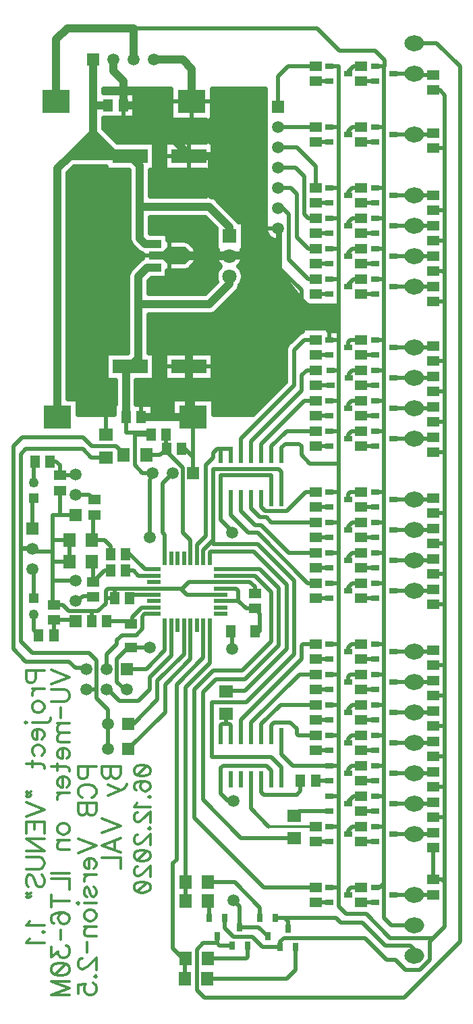
<source format=gbr>
G04 DipTrace 3.3.1.3*
G04 Bottom.gbr*
%MOIN*%
G04 #@! TF.FileFunction,Copper,L2,Bot*
G04 #@! TF.Part,Single*
%AMOUTLINE0*
4,1,10,
-0.100394,0.019685,
-0.033465,0.019685,
-0.009843,0.043307,
0.076772,0.043307,
0.100394,0.019685,
0.100394,-0.019685,
0.076772,-0.043307,
-0.009843,-0.043307,
-0.033465,-0.019685,
-0.100394,-0.019685,
-0.100394,0.019685,
0*%
%AMOUTLINE3*
4,1,20,
0.0,0.03937,
0.015208,0.037443,
0.028926,0.031851,
0.039814,0.023141,
0.046804,0.012166,
0.049213,0.0,
0.046804,-0.012166,
0.039814,-0.023141,
0.028926,-0.031851,
0.015208,-0.037443,
0.0,-0.03937,
-0.015208,-0.037443,
-0.028926,-0.031851,
-0.039814,-0.023141,
-0.046804,-0.012166,
-0.049213,0.0,
-0.046804,0.012166,
-0.039814,0.023141,
-0.028926,0.031851,
-0.015208,0.037443,
0.0,0.03937,
0*%
G04 #@! TA.AperFunction,CopperBalancing*
%ADD13C,0.019685*%
G04 #@! TA.AperFunction,Conductor*
%ADD14C,0.03937*%
%ADD15C,0.012992*%
G04 #@! TA.AperFunction,CopperBalancing*
%ADD16C,0.025*%
%ADD17R,0.059055X0.051181*%
%ADD18R,0.051181X0.059055*%
%ADD20R,0.173228X0.070866*%
%ADD21R,0.062992X0.070866*%
G04 #@! TA.AperFunction,ComponentPad*
%ADD22R,0.059055X0.059055*%
%ADD23C,0.059055*%
%ADD24R,0.047244X0.062992*%
%ADD25R,0.062992X0.047244*%
%ADD27R,0.025591X0.041339*%
%ADD29R,0.041339X0.025591*%
%ADD30R,0.070866X0.062992*%
%ADD32R,0.066929X0.019685*%
%ADD33R,0.019685X0.066929*%
%ADD34R,0.023622X0.07874*%
G04 #@! TA.AperFunction,ComponentPad*
%ADD35R,0.137795X0.11811*%
%ADD37R,0.059055X0.03937*%
G04 #@! TA.AperFunction,ComponentPad*
%ADD38R,0.070866X0.070866*%
%ADD39C,0.070866*%
%ADD40R,0.049213X0.049213*%
%ADD41C,0.049213*%
G04 #@! TA.AperFunction,ViaPad*
%ADD42C,0.059055*%
%ADD92C,0.013895*%
%ADD93C,0.012351*%
%ADD94OUTLINE0*%
G04 #@! TA.AperFunction,ComponentPad*
%ADD97OUTLINE3*%
%FSLAX26Y26*%
G04*
G70*
G90*
G75*
G01*
G04 Bottom*
%LPD*%
X1800050Y778001D2*
D13*
Y812352D1*
X1781201Y831201D1*
X1737256D1*
X2424951Y644735D2*
Y674950D1*
X2406201Y693701D1*
X2281201D1*
X2168701Y806201D1*
X2062451D1*
X2037451Y831201D1*
X1781201D1*
X999953Y3299950D2*
D14*
Y3528794D1*
X1021110Y3549951D1*
X1512453Y3993699D2*
Y3956202D1*
X1412451Y3856201D1*
X1062451D1*
Y3993702D1*
X1106201Y4037451D1*
X1143702D1*
X1718701Y1513386D2*
D13*
Y1557236D1*
X1693702Y1582235D1*
X1481202D1*
X1468701Y1569734D1*
Y1513386D1*
X1718701Y2899852D2*
Y3012450D1*
X1468701D1*
Y2899852D1*
X1562551Y784253D2*
X1656251D1*
X1699854Y740650D1*
X999953Y3299950D2*
Y3224951D1*
X1124951D1*
Y3212450D1*
X1043701D1*
Y3062451D1*
X1081202Y3024950D1*
X1131202D1*
X1006202Y1956201D2*
X993701D1*
X956201Y1993701D1*
Y2106199D1*
X1013092Y2163091D1*
X1024951D1*
X1062451Y3856201D2*
D14*
Y3591293D1*
X1021110Y3549951D1*
X1118701Y2162450D2*
D13*
X1025592D1*
X1024951Y2163091D1*
X1524951Y2156201D2*
Y2238091D1*
X1519341Y2243701D1*
X1531201Y1406201D2*
X1506201D1*
X1468701Y1443701D1*
Y1513386D1*
X1562551Y784253D2*
Y887352D1*
X1531202Y918701D1*
X1524951Y2731201D2*
Y2737450D1*
X1468701Y2793701D1*
Y2899852D1*
X1118701Y2706201D2*
Y2987450D1*
G02X1131202Y3024950I62479J6D01*
G01*
D3*
X937450Y5062450D2*
D14*
Y5006202D1*
X987255Y4956398D1*
Y4837451D1*
X1068701D1*
X1312449Y4593703D1*
Y4587450D1*
X1331202Y3299951D2*
X1074756D1*
Y3299950D1*
X1312449Y3549951D2*
Y3318705D1*
X1331202Y3299951D1*
X1512453Y4093699D2*
X1217375D1*
X1214568Y4096507D1*
X1312449Y4587450D2*
X1424951D1*
Y4437451D1*
X1599951Y4262451D1*
Y4231201D1*
Y4096507D1*
X1214568D1*
X1312449Y3549951D2*
Y3699950D1*
X1374951D1*
X1599951Y3924950D1*
Y4096507D1*
X1137450Y5062450D2*
X1281202D1*
X1324942Y5018710D1*
Y4856211D1*
X2518702Y1019735D2*
D13*
Y1175984D1*
X2518701Y1175986D1*
X2518702Y1019735D2*
X2562450D1*
X2574951Y1007234D1*
Y788484D1*
X2517668Y731201D1*
X2306202D1*
X2187451Y849951D1*
X2087451D1*
X2049951Y887451D1*
Y982235D1*
X2006398D1*
X2006201Y982038D1*
Y1282038D2*
X2049951D1*
Y982235D1*
X2006201Y1432037D2*
X2049951D1*
Y1582038D1*
Y1732038D1*
Y1882038D1*
Y2032038D1*
Y2182038D1*
Y2476769D1*
Y2632038D1*
Y2787904D1*
Y2932037D1*
Y3071824D1*
Y3232037D1*
Y3382038D1*
Y3532037D1*
Y3682038D1*
Y3850984D1*
Y3982038D1*
Y4132037D1*
Y4282038D1*
Y4432038D1*
Y4732038D1*
Y5032235D1*
X2006398D1*
X2006201Y5032038D1*
Y4732038D2*
X2049951D1*
X2006201Y4432038D2*
X2049951D1*
X2006201Y4282038D2*
X2049951D1*
X2006201Y4132038D2*
X2049951Y4132037D1*
X2006201Y3982038D2*
X2049951D1*
X2006201Y3682038D2*
X2049951D1*
X2012451Y3532038D2*
X2049951Y3532037D1*
X2006201Y3382038D2*
X2049951D1*
X2006201Y3232038D2*
X2049951Y3232037D1*
X2006201Y2932038D2*
X2049951Y2932037D1*
X2006201Y2782038D2*
X2044085D1*
X2049951Y2787904D1*
X2006201Y2632038D2*
X2049951D1*
X2006201Y2482038D2*
X2044682D1*
X2049951Y2476769D1*
X2006201Y2182038D2*
X2049951D1*
X2006201Y2032037D2*
X2049951Y2032038D1*
X2006201Y1882038D2*
X2049951D1*
X2006201Y1732037D2*
X2049951Y1732038D1*
X2006201Y1582038D2*
X2049951D1*
Y1432037D2*
Y1282038D1*
X2518701Y4913486D2*
X2549951D1*
X2574951Y4888486D1*
Y4625986D1*
Y4319735D1*
Y4169734D1*
Y4010416D1*
Y3869735D1*
Y3575986D1*
Y3425984D1*
Y3275986D1*
Y3125984D1*
Y2825986D1*
Y2675986D1*
Y2525986D1*
Y2375986D1*
Y2075986D1*
Y1925986D1*
Y1775986D1*
Y1619323D1*
Y1475986D1*
Y1325986D1*
Y1007234D1*
X2518702Y1325986D2*
X2574951D1*
X2518702Y1475986D2*
X2574951D1*
X2518701Y1625986D2*
X2568289D1*
X2574951Y1619323D1*
X2518702Y1775986D2*
X2574951D1*
X2518702Y1925986D2*
X2574951D1*
X2518701Y2075986D2*
X2574951D1*
X2518702Y2375986D2*
X2574951D1*
X2518702Y2525986D2*
X2574951D1*
X2518702Y2675986D2*
X2574951D1*
X2518702Y2825986D2*
X2574951D1*
X2518701Y3125986D2*
X2574951Y3125984D1*
X2518701Y3275986D2*
X2574951D1*
X2518701Y3425986D2*
X2574951Y3425984D1*
X2518702Y3575986D2*
X2574951D1*
X2518701Y3869735D2*
X2574951D1*
X2518702Y4019735D2*
X2565633D1*
X2574951Y4010416D1*
X2518701Y4169735D2*
X2574951Y4169734D1*
X2518702Y4319735D2*
X2574951D1*
X2518702Y4625986D2*
X2574951D1*
X1749951Y4231201D2*
X1762451D1*
Y4032235D1*
X1868701Y3925986D1*
Y3882235D1*
X1899951Y3850984D1*
X2049951D1*
X1768701Y3112450D2*
Y3149950D1*
X1787451Y3168701D1*
X1856201D1*
X1868701Y3156201D1*
Y3112451D1*
X1909328Y3071824D1*
X2049951D1*
X1768701Y1725984D2*
Y1638486D1*
X1825148Y1582038D1*
X2006201D1*
X1137992Y2455463D2*
X1269437D1*
X1274101Y2450799D1*
X1300933Y2423967D1*
X1468701D1*
Y2486959D2*
X1310261D1*
X1274101Y2450799D1*
X1487256Y831201D2*
Y781398D1*
X1531202Y737451D1*
X1624951D1*
X1674953Y687450D1*
X1762648D1*
X1468701Y2486959D2*
X1612944D1*
X1637451Y2462451D1*
Y2431004D1*
X1137992Y2455463D2*
X943898D1*
X911714D1*
X899951Y2443701D1*
Y2406201D1*
Y2381201D1*
X862451Y2343701D1*
X831201D1*
Y2293701D1*
X643701Y2374950D2*
X637451D1*
Y2493701D1*
X749951D1*
X537451Y2649951D2*
Y2637450D1*
X637451D1*
Y2693701D1*
Y2818701D1*
X674951D1*
X749951D1*
X637451Y2493701D2*
Y2587450D1*
Y2637450D1*
X1331202Y3299951D2*
Y3104478D1*
Y3024950D1*
X1274951Y3143701D2*
X1291979D1*
X1331202Y3104478D1*
X806202Y1956201D2*
X856201D1*
Y2099951D1*
X818702Y2137450D1*
X537453D1*
X481201Y2193702D1*
Y2649951D1*
X537451D1*
X856202Y1956201D2*
Y1912450D1*
X912451Y1856201D1*
Y1662450D1*
Y1787450D2*
Y1662450D1*
X1762648Y687450D2*
Y712647D1*
X1781202Y731201D1*
X2181202D1*
X2287451Y624951D1*
X2331201D1*
X2381201Y574951D1*
X2449953D1*
X2500440Y625438D1*
Y713972D1*
X2517668Y731201D1*
X643701Y2374950D2*
X687451D1*
X718701Y2343701D1*
X831201D1*
X481201Y2649951D2*
Y2653129D1*
Y3118699D1*
X506202Y3143701D1*
X787451D1*
X828937Y3102215D1*
X899951D1*
Y3212451D2*
Y4012450D1*
X984008Y4096507D1*
X1214568D1*
X1749951Y4231201D2*
X1599951D1*
X537451Y2649951D2*
Y2653129D1*
X481201D1*
X537451Y2649951D2*
X484378D1*
X481201Y2653129D1*
X720966Y2587450D2*
X637451D1*
X720966Y2693701D2*
X637451D1*
X720966D2*
Y2587450D1*
X674951Y2937647D2*
Y2818701D1*
X943898Y2406201D2*
X899951D1*
X943898D2*
Y2455463D1*
X1525150Y693702D2*
X1462451D1*
X1449854Y706299D1*
Y740650D1*
Y706299D2*
X1381299D1*
X1349951Y674951D1*
Y474950D1*
X1387450Y437451D1*
X2374953D1*
X2649951Y712450D1*
Y5031201D1*
X2536417Y5144735D1*
X2424951D1*
X1406202Y1006201D2*
X1537451D1*
X1662453Y881199D1*
Y831201D1*
X1402904Y531201D2*
X1793701D1*
X1837451Y574951D1*
Y687450D1*
X1404971Y912451D2*
X1412453D1*
Y831201D1*
X1599953Y693702D2*
Y637453D1*
X1593701Y631201D1*
X1406202D1*
X1292668Y531201D2*
Y627903D1*
X1295966Y631201D1*
X1382087Y2274361D2*
Y2113335D1*
X1249951Y1981199D1*
Y1118701D1*
X1231201Y1099950D1*
Y681201D1*
X1281201Y631201D1*
X1295966D1*
X1294735Y912451D2*
Y1004970D1*
X1295966Y1006201D1*
X1293701D1*
Y1968699D1*
X1413583Y2088581D1*
Y2274361D1*
X656202Y4856211D2*
D14*
Y5162451D1*
X712451Y5218701D1*
X1037450D1*
Y5062450D1*
X2231201Y5032038D2*
D13*
X2274951D1*
Y4732038D1*
Y4432038D1*
Y4282038D1*
Y4132038D1*
Y3982038D1*
Y3682038D1*
Y3526510D1*
Y3382038D1*
Y3232038D1*
Y2932038D1*
Y2782038D1*
Y2632038D1*
Y2473720D1*
Y2182038D1*
Y2032038D1*
Y1882038D1*
Y1732038D1*
Y1582038D1*
Y1432038D1*
Y1282038D1*
Y1000984D1*
X2256005Y982038D1*
X2231201D1*
Y1282038D2*
X2274951D1*
X2231201Y1432037D2*
X2274951Y1432038D1*
X2231201Y1582038D2*
X2274951D1*
X2231201Y1732037D2*
X2274951Y1732038D1*
X2231201Y1882038D2*
X2274951D1*
X2231201Y2032037D2*
X2274951Y2032038D1*
X2231201Y2182038D2*
X2274951D1*
Y1000984D2*
Y832235D1*
X2312451Y794735D1*
X2424951D1*
X2274951Y5032038D2*
X2277163Y5029827D1*
Y5060240D1*
X2231202Y5106201D1*
X2056201D1*
X1943701Y5218701D1*
X1037450D1*
X2231201Y4732038D2*
X2274951D1*
X2231201Y4432038D2*
X2274951D1*
X2231201Y4282038D2*
X2274951D1*
X2231201Y4132038D2*
X2274951D1*
X2231201Y3982038D2*
X2274951D1*
X2231201Y3682038D2*
X2274951D1*
X2231201Y3532038D2*
X2269424D1*
X2274951Y3526510D1*
X2231201Y3382038D2*
X2274951D1*
X2231201Y3232038D2*
X2274951D1*
X2231201Y2932038D2*
X2274951D1*
X2231201Y2782038D2*
X2274951D1*
X2231201Y2632038D2*
X2274951D1*
X2231201Y2482038D2*
X2266634D1*
X2274951Y2473720D1*
X2321752Y944636D2*
X2424853D1*
X2424951Y944735D1*
X2518505D1*
X2518702Y944932D1*
X2231201Y907235D2*
X2162648D1*
X2162451Y907432D1*
X2096752Y944636D2*
Y966535D1*
X2112451Y982235D1*
X2162451D1*
X1937451Y3982235D2*
X1899951D1*
X1806201Y4075986D1*
Y4300986D1*
X1768702Y4338484D1*
X1749951D1*
Y4331201D1*
X2006201Y907235D2*
X1937648D1*
X1937451Y907432D1*
X2321752Y1394635D2*
X2424852D1*
X2424951Y1394735D1*
X2512648D1*
X2518702Y1400789D1*
X2162451Y1357432D2*
X2231003D1*
X2231201Y1357234D1*
X2096752Y1394635D2*
Y1403001D1*
X2125986Y1432235D1*
X2162451D1*
X2321752Y1244636D2*
X2424853D1*
X2424951Y1244735D1*
X2512647D1*
X2518701Y1250789D1*
X2006201Y1357234D2*
X1853249D1*
X1831202Y1335186D1*
X2162451Y1207432D2*
X2231004D1*
X2231201Y1207235D1*
X2096752Y1244636D2*
Y1260285D1*
X2118702Y1282235D1*
X2162451D1*
X2006201Y1207235D2*
X1937648D1*
X1937451Y1207432D1*
X2321752Y1544636D2*
X2424853D1*
X2424951Y1544735D1*
X2512648D1*
X2518702Y1550789D1*
X2162451Y1507432D2*
X2231004D1*
X2231201Y1507235D1*
X2096752Y1544636D2*
Y1565501D1*
X2113486Y1582235D1*
X2162451D1*
X2006201Y1507235D2*
X1937255D1*
X2321752Y1694635D2*
X2424852D1*
X2424951Y1694735D1*
X2512647D1*
X2518701Y1700789D1*
X2162451Y1657432D2*
X2231003D1*
X2231201Y1657234D1*
X2096752Y1694635D2*
Y1715501D1*
X2113486Y1732235D1*
X2162451D1*
X1937451Y1657432D2*
X2006003D1*
X2006201Y1657234D1*
X2321752Y1844636D2*
X2424853D1*
X2424951Y1844735D1*
X2512648D1*
X2518702Y1850789D1*
X2162451Y1807432D2*
X2231004D1*
X2231201Y1807235D1*
X2096752Y1844636D2*
Y1859251D1*
X2119736Y1882235D1*
X2162451D1*
X1937451Y1807432D2*
X2006004D1*
X2006201Y1807235D1*
X2321752Y1994635D2*
X2424852D1*
X2424951Y1994735D1*
X2512648D1*
X2518702Y2000789D1*
X2162451Y1957432D2*
X2231003D1*
X2231201Y1957234D1*
X2096752Y1994635D2*
Y2021751D1*
X2107236Y2032235D1*
X2162451D1*
X1937451Y1957432D2*
X2006003D1*
X2006201Y1957234D1*
X2321752Y2144636D2*
X2424853D1*
X2424951Y2144735D1*
X2512647D1*
X2518701Y2150789D1*
X2162451Y2107432D2*
X2231004D1*
X2231201Y2107235D1*
X2096752Y2144636D2*
Y2165501D1*
X2113486Y2182235D1*
X2162451D1*
X2006201Y2107235D2*
X1937648D1*
X1937451Y2107432D1*
X2321752Y2444636D2*
X2424853D1*
X2424951Y2444735D1*
X2512648D1*
X2518702Y2450789D1*
X2231201Y2407235D2*
X2162647D1*
X2162451Y2407430D1*
X2096752Y2444636D2*
Y2459251D1*
X2119735Y2482234D1*
X2162451D1*
X2006201Y2407235D2*
X1937647D1*
X1937451Y2407430D1*
X2321752Y2594636D2*
X2424853D1*
X2424951Y2594735D1*
X2512648D1*
X2518702Y2600789D1*
X2231201Y2557235D2*
X2162648D1*
X2162451Y2557432D1*
X2096752Y2594636D2*
Y2609251D1*
X2119736Y2632235D1*
X2162451D1*
X2006201Y2557235D2*
X1937648D1*
X1937451Y2557432D1*
X2321752Y2744636D2*
X2424853D1*
X2424951Y2744735D1*
X2512648D1*
X2518702Y2750789D1*
X2231201Y2707235D2*
X2162647D1*
X2162451Y2707430D1*
X2096752Y2744636D2*
Y2759251D1*
X2119735Y2782234D1*
X2162451D1*
X2006201Y2707235D2*
X1937647D1*
X1937451Y2707430D1*
X2321752Y2894636D2*
X2424853D1*
X2424951Y2894735D1*
X2512648D1*
X2518702Y2900789D1*
X2231201Y2857235D2*
X2162648D1*
X2162451Y2857432D1*
X2096752Y2894636D2*
Y2921751D1*
X2107236Y2932235D1*
X2162451D1*
X2006201Y2857235D2*
X1937648D1*
X1937451Y2857432D1*
X2321752Y3194636D2*
X2424853D1*
X2424951Y3194735D1*
X2512647D1*
X2518701Y3200789D1*
X2231201Y3157235D2*
X2162648D1*
X2162451Y3157432D1*
X2096752Y3194636D2*
Y3215501D1*
X2113486Y3232235D1*
X2162451D1*
X2006201Y3157235D2*
X1937648D1*
X1937451Y3157432D1*
X2321752Y3344636D2*
X2424853D1*
X2424951Y3344735D1*
X2512647D1*
X2518701Y3350789D1*
X2231201Y3307235D2*
X2162647D1*
X2162451Y3307430D1*
X2096752Y3344636D2*
Y3365501D1*
X2113484Y3382234D1*
X2162451D1*
X2006201Y3307235D2*
X1937647D1*
X1937451Y3307430D1*
X2321752Y3494636D2*
X2424853D1*
X2424951Y3494735D1*
X2512647D1*
X2518701Y3500789D1*
X2231201Y3457235D2*
X2162648D1*
X2162451Y3457432D1*
X2103003Y3494636D2*
Y3515501D1*
X2119736Y3532235D1*
X2162451D1*
X2012451Y3457235D2*
X1937648D1*
X1937451Y3457432D1*
X2321752Y3644636D2*
X2424853D1*
X2424951Y3644735D1*
X2512648D1*
X2518702Y3650789D1*
X2231201Y3607235D2*
X2162451D1*
X2096752Y3644636D2*
Y3671751D1*
X2107039Y3682038D1*
X2162451D1*
X2006201Y3607235D2*
X1937647D1*
X1937451Y3607430D1*
X2518701Y4988289D2*
X2431398D1*
X2424951Y4994735D1*
X2321752Y4994636D2*
X2424853D1*
X2424951Y4994735D1*
X2231201Y4957235D2*
X2162648D1*
X2162451Y4957432D1*
X2096752Y4994636D2*
Y5003001D1*
X2125986Y5032235D1*
X2162451D1*
X2006201Y4957235D2*
X1937648D1*
X1937451Y4957432D1*
X2321752Y4694636D2*
X2424853D1*
X2424951Y4694735D1*
X2512648D1*
X2518702Y4700789D1*
X2231201Y4657235D2*
X2162648D1*
X2162451Y4657432D1*
X2096752Y4694636D2*
Y4709251D1*
X2119736Y4732235D1*
X2162451D1*
X1937451Y4657432D2*
X2006004D1*
X2006201Y4657235D1*
X1937451Y4132235D2*
X1899951D1*
X1843701Y4188486D1*
Y4400986D1*
X1813486Y4431201D1*
X1749951D1*
X2321752Y4394636D2*
X2424853D1*
X2424951Y4394735D1*
X2518505D1*
X2518702Y4394538D1*
X2162451Y4357432D2*
X2231004D1*
X2231201Y4357235D1*
X2096752Y4394636D2*
Y4409251D1*
X2119736Y4432235D1*
X2162451D1*
X1937451Y4357432D2*
X2006004D1*
X2006201Y4357235D1*
X2321752Y4244636D2*
X2424853D1*
X2424951Y4244735D1*
X2518504D1*
X2518701Y4244538D1*
X2231201Y4207235D2*
X2162648D1*
X2162451Y4207432D1*
X2096752Y4244636D2*
Y4259251D1*
X2119736Y4282235D1*
X2162451D1*
X2006201Y4207235D2*
X1937648D1*
X1937451Y4207432D1*
X2321752Y4094636D2*
X2424853D1*
X2424951Y4094735D1*
X2518505D1*
X2518702Y4094538D1*
X2162451Y4057432D2*
X2231004D1*
X2231201Y4057235D1*
X2096752Y4094636D2*
Y4109251D1*
X2119736Y4132235D1*
X2162451D1*
X1937451Y4057432D2*
X2006004D1*
X2006201Y4057235D1*
X2321752Y3944636D2*
X2424853D1*
X2424951Y3944735D1*
X2518504D1*
X2518701Y3944538D1*
X2162451Y3907432D2*
X2231004D1*
X2231201Y3907235D1*
X2096752Y3944636D2*
Y3953001D1*
X2125986Y3982235D1*
X2162451D1*
X1968702Y3907235D2*
X2006201D1*
X1937451Y4282235D2*
X1899951D1*
X1881201Y4300986D1*
Y4488486D1*
X1838486Y4531201D1*
X1749951D1*
X1937451Y4432235D2*
Y4538484D1*
X1844735Y4631201D1*
X1749951D1*
X1937451Y4732235D2*
X1887451D1*
Y4731201D1*
X1749951D1*
X1937451Y5032235D2*
X1799951D1*
X1749951Y4982235D1*
Y4831201D1*
X1568701Y3112450D2*
Y3193701D1*
X1831201Y3456201D1*
Y3631199D1*
X1882235Y3682234D1*
X1937451D1*
X1618701Y3112450D2*
Y3181201D1*
X1868701Y3431201D1*
Y3506199D1*
X1894736Y3532235D1*
X1937451D1*
X1668701Y3112450D2*
Y3168699D1*
X1882235Y3382234D1*
X1937451D1*
X1718701Y3112450D2*
Y3156199D1*
X1794736Y3232235D1*
X1937451D1*
X1668701Y2899852D2*
Y2856201D1*
X1687451Y2837450D1*
X1793701D1*
X1888486Y2932235D1*
X1937451D1*
X1618701Y2899852D2*
Y2849951D1*
X1662451Y2806201D1*
X1693701D1*
X1717668Y2782234D1*
X1937451D1*
X1568701Y2899852D2*
Y2837451D1*
X1637451Y2768701D1*
X1668701D1*
X1805167Y2632235D1*
X1937451D1*
X1518701Y2899852D2*
Y2818701D1*
X1606201Y2731201D1*
X1649951D1*
X1898919Y2482234D1*
X1937451D1*
X1568701Y1725984D2*
Y1806201D1*
X1868701Y2106201D1*
Y2174950D1*
X1875986Y2182235D1*
X1937451D1*
X1618701Y1725984D2*
Y1793699D1*
X1857236Y2032235D1*
X1937451D1*
X1668701Y1725984D2*
Y1787450D1*
X1763486Y1882235D1*
X1937451D1*
X1718701Y1725984D2*
Y1782234D1*
X1731202Y1794735D1*
X1812451D1*
X1843702Y1763484D1*
Y1738484D1*
X1849951Y1732235D1*
X1937451D1*
X1668701Y1513386D2*
Y1450986D1*
X1681202Y1438484D1*
X1843701D1*
X1862451Y1457235D1*
Y1507235D1*
X1618701Y1513386D2*
Y1369735D1*
X1706201Y1282235D1*
D15*
X1937451D1*
X1468701Y1725984D2*
D13*
Y1781199D1*
X1475986Y1788484D1*
X1493701D1*
X1512453D1*
X1518701Y1782236D1*
Y1725984D1*
X1493701Y1788484D2*
Y1837450D1*
X1468701Y3112450D2*
Y3143701D1*
X1518701D1*
Y3112450D1*
X1350591Y2605070D2*
Y2669340D1*
X1393701Y2712450D1*
Y3062450D1*
X1431201Y3099950D1*
Y3124950D1*
X1449951Y3143701D1*
X1468701D1*
X1768701Y2899852D2*
Y3031202D1*
X1756202Y3043701D1*
X1431202D1*
Y2693701D1*
X1382087Y2644585D1*
Y2605070D1*
X1431202Y2693701D2*
Y2674951D1*
X1649950D1*
X1831201Y2493701D1*
Y2131199D1*
X1593702Y1893701D1*
X1424951D1*
Y1624951D1*
X1718701D1*
X1768701Y1574951D1*
Y1513386D1*
X1006202Y2056201D2*
X1099951D1*
X1193110Y2149360D1*
Y2274361D1*
X906202Y2056201D2*
Y2131202D1*
X956201Y2181201D1*
Y2199950D1*
X981202Y2224951D1*
X1049953D1*
X1081202Y2256201D1*
Y2318702D1*
X1091979Y2329479D1*
X1137992D1*
X906202Y1956201D2*
X924951D1*
Y1943701D1*
X968701Y1899951D1*
X1062451D1*
X1118701Y1956201D1*
Y2018699D1*
X1224606Y2124605D1*
Y2274361D1*
X1199755Y3212450D2*
Y3144094D1*
X1200148Y3143701D1*
X1319094Y2605070D2*
Y2693307D1*
X1281201Y2731201D1*
Y3049951D1*
X1187451Y3143701D1*
X1200148D1*
X1099951Y3112451D2*
X1168899D1*
X1200148Y3143701D1*
X1137992Y2360975D2*
X1079726D1*
X1031201Y2312451D1*
Y2293701D1*
X906005D1*
X1024951Y2281201D2*
Y2293701D1*
X906005D1*
X1468701Y2455463D2*
X1544437D1*
X1556201Y2443699D1*
Y2399949D1*
X1548723Y2392471D1*
X1468701D1*
X1548723D2*
X1559705Y2390198D1*
X1593702Y2356201D1*
X1637451D1*
Y2243701D2*
X1662451D1*
Y2331201D1*
X1637451Y2356201D1*
X1468701Y2518455D2*
X1637697D1*
X1718701Y2437451D1*
Y2193701D1*
X1574951Y2049951D1*
X1431202D1*
X1337451Y1956201D1*
Y1324950D1*
X1680167Y982235D1*
X1937451D1*
X543701Y2406201D2*
Y2543702D1*
X537451Y2549951D1*
X837450Y5062450D2*
D14*
Y4837451D1*
Y4701537D1*
X811270Y4675357D1*
X784437Y4648524D1*
X757723Y4621810D1*
X723364Y4587450D1*
X662462Y4526549D1*
Y3299951D1*
X912451Y4837451D2*
X837450D1*
X1021110Y4587450D2*
X951537D1*
X837450Y4701537D1*
X1021110Y4587450D2*
X723364D1*
X1021110D2*
X899177D1*
X811270Y4675357D1*
X1021110Y4587450D2*
X845510D1*
X784437Y4648524D1*
X1021110Y4587450D2*
X792083D1*
X757723Y4621810D1*
X1512453Y4193699D2*
Y4237450D1*
X1412451Y4337451D1*
X1081199D1*
X1068699Y4324951D1*
Y4181202D1*
X1094340Y4155562D1*
X1143702D1*
X1068699Y4324951D2*
Y4539861D1*
X1021110Y4587450D1*
X537451Y2749951D2*
D13*
Y2893699D1*
X543702Y2899950D1*
X749951Y2918701D2*
X818701D1*
X843701Y2893701D1*
X749951Y2393701D2*
X762451D1*
X787451Y2418701D1*
X831202D1*
X837451Y2412451D1*
X643701Y2300147D2*
X749951D1*
Y2293701D1*
X643702Y2224950D2*
X643701Y2300147D1*
X837451Y2487255D2*
Y2581201D1*
X831202Y2587450D1*
X924951Y2543701D2*
X893898D1*
X837451Y2487255D1*
X624951Y3081201D2*
X656202D1*
X674951Y3062451D1*
Y3012450D1*
X743701D1*
X749951Y3018701D1*
X924951Y2624951D2*
Y2662451D1*
X893701Y2693701D1*
X837451D1*
Y2812648D1*
X843701Y2818898D1*
X831202Y2693701D2*
X837451D1*
X543702Y2978690D2*
Y3074755D1*
X550148Y3081201D1*
X543701Y2327461D2*
Y2250148D1*
X568899Y2224950D1*
X1137992Y2423967D2*
X1036468D1*
X1018701Y2406201D1*
X1193110Y2605070D2*
Y2719293D1*
X1181202Y2731201D1*
Y2974950D1*
X1231202Y3024950D1*
X999755Y2543701D2*
X1037451D1*
X1062451Y2518701D1*
X1137747D1*
X1137992Y2518455D1*
X999755Y2624951D2*
Y2643898D1*
X1093701Y2549951D1*
X1137992D1*
X1468701D2*
X1662450D1*
X1756201Y2456201D1*
Y2174950D1*
X1587451Y2006201D1*
X1443701D1*
X1381201Y1943701D1*
Y1412451D1*
X1568702Y1224950D1*
X1831202D1*
X1493701Y1947686D2*
Y1949951D1*
X1587451D1*
X1793701Y2156201D1*
Y2474950D1*
X1631201Y2637450D1*
X1418701D1*
X1413583Y2632332D1*
Y2605070D1*
X1319094Y2274361D2*
Y2106594D1*
X1193701Y1981201D1*
Y1843699D1*
X1012451Y1662450D1*
Y1787450D2*
X1037450D1*
X1156201Y1906201D1*
Y1999950D1*
X1287598Y2131348D1*
Y2274361D1*
X989715Y3112451D2*
X993701D1*
X949951Y3156201D1*
X831202D1*
X787451Y3199951D1*
X487453D1*
X443701Y3156199D1*
Y2156201D1*
X506201Y2093701D1*
X718701D1*
X749951Y2062450D1*
X806201D1*
X799951Y2056201D1*
X806202D1*
D42*
X1118701Y2162450D3*
X1524951Y2156201D3*
X1531201Y1406201D3*
X1531202Y918701D3*
X1524951Y2731201D3*
X1118701Y2706201D3*
X1048547Y4893832D2*
D16*
X1220349D1*
X1429530D2*
X1684727D1*
X1048547Y4868963D2*
X1220349D1*
X1429530D2*
X1684727D1*
X1048547Y4844094D2*
X1220349D1*
X1429530D2*
X1684727D1*
X1048547Y4819226D2*
X1220349D1*
X1429530D2*
X1684727D1*
X1048547Y4794357D2*
X1220349D1*
X1429530D2*
X1684727D1*
X892811Y4769488D2*
X1220349D1*
X1429530D2*
X1684727D1*
X892811Y4744619D2*
X1391194D1*
X1421205D2*
X1684942D1*
X896507Y4719751D2*
X1391194D1*
X1421205D2*
X1684942D1*
X921374Y4694882D2*
X1391194D1*
X1421205D2*
X1684942D1*
X946241Y4670013D2*
X1391194D1*
X1421205D2*
X1684942D1*
X1143425Y4645144D2*
X1190135D1*
X1434734D2*
X1684942D1*
X1143425Y4620276D2*
X1190135D1*
X1434734D2*
X1684942D1*
X1143425Y4595407D2*
X1190135D1*
X1434734D2*
X1684942D1*
X1143425Y4570538D2*
X1190135D1*
X1434734D2*
X1684942D1*
X1143425Y4545669D2*
X1190135D1*
X1434734D2*
X1684942D1*
X733987Y4520801D2*
X898827D1*
X1143425D2*
X1190135D1*
X1434734D2*
X1684942D1*
X717839Y4495932D2*
X1013333D1*
X1124084D2*
X1391194D1*
X1421205D2*
X1684942D1*
X717839Y4471063D2*
X1013333D1*
X1124084D2*
X1391194D1*
X1421205D2*
X1684942D1*
X717839Y4446194D2*
X1013333D1*
X1124084D2*
X1391194D1*
X1421205D2*
X1684942D1*
X717839Y4421325D2*
X1013333D1*
X1124084D2*
X1391194D1*
X1421205D2*
X1684942D1*
X717839Y4396457D2*
X1013333D1*
X1124084D2*
X1391194D1*
X1421205D2*
X1684942D1*
X717839Y4371588D2*
X1013333D1*
X1455583D2*
X1684942D1*
X717839Y4346719D2*
X1013333D1*
X1480450D2*
X1684942D1*
X717839Y4321850D2*
X1013333D1*
X1505318D2*
X1684942D1*
X717839Y4296982D2*
X1013333D1*
X1530185D2*
X1684942D1*
X717839Y4272113D2*
X1013333D1*
X1124084D2*
X1400524D1*
X1554874D2*
X1684942D1*
X717839Y4247244D2*
X1013333D1*
X1124084D2*
X1425391D1*
X1583581D2*
X1684942D1*
X717839Y4222375D2*
X1013333D1*
X1124084D2*
X1441324D1*
X1583581D2*
X1685228D1*
X717839Y4197507D2*
X1013333D1*
X1208915D2*
X1441324D1*
X1583581D2*
X1694559D1*
X717839Y4172638D2*
X1014014D1*
X1298732D2*
X1441324D1*
X1583581D2*
X1725025D1*
X717839Y4147769D2*
X1025247D1*
X1332823D2*
X1441324D1*
X1583581D2*
X1743899D1*
X717839Y4122900D2*
X1049720D1*
X1349975D2*
X1447854D1*
X1577050D2*
X1744654D1*
X717839Y4098031D2*
X1078499D1*
X1350656D2*
X1441467D1*
X1583437D2*
X1745407D1*
X717839Y4073163D2*
X1064648D1*
X1350441D2*
X1444482D1*
X1580423D2*
X1746160D1*
X717839Y4048294D2*
X1039780D1*
X1335873D2*
X1458513D1*
X1566392D2*
X1746913D1*
X717839Y4023425D2*
X1016240D1*
X1308493D2*
X1448106D1*
X1576799D2*
X1750143D1*
X717839Y3998556D2*
X1007304D1*
X1208915D2*
X1441504D1*
X1583402D2*
X1769018D1*
X717839Y3973688D2*
X1007089D1*
X1119706D2*
X1444302D1*
X1580602D2*
X1787894D1*
X717839Y3948819D2*
X1007089D1*
X1117804D2*
X1427795D1*
X1567290D2*
X1806769D1*
X717839Y3923950D2*
X1007089D1*
X1117804D2*
X1402928D1*
X1556848D2*
X1825608D1*
X717839Y3899081D2*
X1007089D1*
X1532589D2*
X1844483D1*
X717839Y3874213D2*
X1007089D1*
X1507722D2*
X1863358D1*
X717839Y3849344D2*
X1007089D1*
X1482854D2*
X1872222D1*
X717839Y3824475D2*
X1007089D1*
X1457987D2*
X2034957D1*
X717839Y3799606D2*
X1007089D1*
X1117804D2*
X2034957D1*
X717839Y3774738D2*
X1007089D1*
X1117804D2*
X2034957D1*
X717839Y3749869D2*
X1007089D1*
X1117804D2*
X2034957D1*
X717839Y3725000D2*
X1007089D1*
X1117804D2*
X1872222D1*
X717839Y3700131D2*
X1007089D1*
X1117804D2*
X1836768D1*
X717839Y3675262D2*
X1007089D1*
X1117804D2*
X1811900D1*
X717839Y3650394D2*
X1007089D1*
X1117804D2*
X1790190D1*
X717839Y3625525D2*
X1007089D1*
X1117804D2*
X1785668D1*
X717839Y3600656D2*
X898827D1*
X1143425D2*
X1190135D1*
X1434734D2*
X1785668D1*
X717839Y3575787D2*
X898827D1*
X1143425D2*
X1190135D1*
X1434734D2*
X1785668D1*
X717839Y3550919D2*
X898827D1*
X1143425D2*
X1190135D1*
X1434734D2*
X1785668D1*
X717839Y3526050D2*
X898827D1*
X1143425D2*
X1190135D1*
X1434734D2*
X1785668D1*
X717839Y3501181D2*
X898827D1*
X1143425D2*
X1190135D1*
X1434734D2*
X1785668D1*
X717839Y3476312D2*
X944579D1*
X1055329D2*
X1785668D1*
X717839Y3451444D2*
X944579D1*
X1055329D2*
X1763097D1*
X717839Y3426575D2*
X944579D1*
X1055329D2*
X1738230D1*
X717839Y3401706D2*
X944579D1*
X1055329D2*
X1713362D1*
X767037Y3376837D2*
X944579D1*
X1055329D2*
X1226629D1*
X1435774D2*
X1688495D1*
X767037Y3351969D2*
X938694D1*
X1136033D2*
X1226629D1*
X1435774D2*
X1663626D1*
X767037Y3327100D2*
X938694D1*
X1136033D2*
X1226629D1*
X1435774D2*
X1638759D1*
X1194487Y4656068D2*
X1393694D1*
X1393701Y4763990D1*
X1222860Y4763971D1*
Y4918697D1*
X890320Y4918701D1*
X890421Y4900164D1*
X1046030D1*
Y4774739D1*
X890308D1*
X890320Y4723448D1*
X957681Y4656076D1*
X1140909Y4656068D1*
Y4518832D1*
X1121568D1*
X1121570Y4390332D1*
X1393715Y4390322D1*
X1393665Y4518832D1*
X1192650D1*
Y4656068D1*
X1194487D1*
X1418698D2*
X1432248D1*
Y4518832D1*
X1418705D1*
X1418701Y4389916D1*
X1424794Y4388861D1*
X1432684Y4386297D1*
X1440076Y4382530D1*
X1446787Y4377655D1*
X1469323Y4355349D1*
X1552656Y4271786D1*
X1557539Y4265060D1*
X1563257Y4262318D1*
X1581071D1*
Y4125081D1*
X1573538Y4124955D1*
X1576530Y4118247D1*
X1578786Y4111256D1*
X1580283Y4104066D1*
X1581003Y4096755D1*
X1580849Y4088194D1*
X1579869Y4080913D1*
X1578115Y4073781D1*
X1575610Y4066875D1*
X1572382Y4060278D1*
X1568466Y4054063D1*
X1563907Y4048303D1*
X1559445Y4043706D1*
X1564630Y4038264D1*
X1570959Y4029552D1*
X1575848Y4019958D1*
X1579175Y4009718D1*
X1580860Y3999083D1*
Y3988316D1*
X1579175Y3977681D1*
X1575848Y3967441D1*
X1570959Y3957846D1*
X1564904Y3949483D1*
X1563862Y3943860D1*
X1561298Y3935970D1*
X1557531Y3928577D1*
X1552656Y3921866D1*
X1530350Y3899329D1*
X1446787Y3815997D1*
X1440076Y3811122D1*
X1432684Y3807356D1*
X1424794Y3804791D1*
X1416600Y3803493D1*
X1384892Y3803331D1*
X1115294D1*
X1115322Y3618539D1*
X1140909Y3618570D1*
Y3481333D1*
X1052814D1*
X1052823Y3362686D1*
X1133531Y3362663D1*
Y3312461D1*
X1229098Y3312451D1*
X1229119Y3392192D1*
X1433285D1*
Y3312450D1*
X1626623Y3312451D1*
X1788184Y3474034D1*
X1788306Y3634575D1*
X1789362Y3641244D1*
X1791449Y3647665D1*
X1794513Y3653681D1*
X1798483Y3659143D1*
X1826759Y3687608D1*
X1854291Y3714951D1*
X1859753Y3718921D1*
X1865769Y3721986D1*
X1872203Y3724075D1*
X1874739Y3733694D1*
Y3741009D1*
X2000164D1*
Y3727983D1*
X2037428Y3728018D1*
X2037451Y3831740D1*
X1898252Y3837567D1*
X1895408Y3838306D1*
X1892815Y3839689D1*
X1890617Y3841639D1*
X1885243Y3848657D1*
X1874739Y3848656D1*
Y3862471D1*
X1751491Y4025192D1*
X1750391Y4027916D1*
X1749957Y4030823D1*
X1745576Y4168640D1*
X1738293Y4169581D1*
X1731168Y4171367D1*
X1724301Y4173974D1*
X1717786Y4177365D1*
X1711713Y4181495D1*
X1706163Y4186307D1*
X1701214Y4191735D1*
X1696934Y4197703D1*
X1693382Y4204133D1*
X1690605Y4210932D1*
X1688642Y4218009D1*
X1687490Y4223971D1*
X1687255Y4232609D1*
X1687451Y4243324D1*
X1687239Y4331201D1*
X1687451Y4344374D1*
X1687239Y4431201D1*
X1687451Y4445424D1*
X1687239Y4531201D1*
X1687451Y4546474D1*
X1687239Y4631201D1*
X1687451Y4647524D1*
X1687239Y4731201D1*
X1687451Y4748573D1*
X1687239Y4768488D1*
X1687451Y4904741D1*
Y4918701D1*
X1427052D1*
X1427025Y4763971D1*
X1418707D1*
X1418702Y4656033D1*
X1014992Y4518832D2*
X901311D1*
Y4534585D1*
X745269Y4534580D1*
X715354Y4504671D1*
X715332Y3392214D1*
X764545Y3392192D1*
Y3312421D1*
X941164Y3312450D1*
X941177Y3362663D1*
X947098D1*
X947083Y3481345D1*
X901311Y3481333D1*
Y3618570D1*
X1009573D1*
X1009744Y3997850D1*
X1011042Y4006045D1*
X1013606Y4013934D1*
X1017373Y4021327D1*
X1022248Y4028038D1*
X1044554Y4050575D1*
X1071865Y4077655D1*
X1078591Y4082538D1*
X1080990Y4084171D1*
Y4104402D1*
X1074108Y4106717D1*
X1066715Y4110483D1*
X1060004Y4115358D1*
X1037469Y4137664D1*
X1028496Y4146866D1*
X1023621Y4153577D1*
X1019854Y4160970D1*
X1017290Y4168860D1*
X1015992Y4177054D1*
X1015829Y4208761D1*
Y4517972D1*
X1194487Y3618570D2*
X1432248D1*
Y3481333D1*
X1192650D1*
Y3618570D1*
X1194487D1*
X1206415Y4020024D2*
Y3984581D1*
X1128080D1*
X1115344Y3971825D1*
X1115322Y3909051D1*
X1390541Y3909071D1*
X1449031Y3967551D1*
X1445731Y3977681D1*
X1444046Y3988316D1*
Y3999083D1*
X1445731Y4009718D1*
X1449058Y4019958D1*
X1453946Y4029552D1*
X1460276Y4038264D1*
X1465493Y4043663D1*
X1460194Y4049231D1*
X1455740Y4055072D1*
X1451936Y4061356D1*
X1448825Y4068009D1*
X1446444Y4074958D1*
X1444819Y4082122D1*
X1443969Y4089419D1*
X1443903Y4096764D1*
X1444623Y4104073D1*
X1446121Y4111265D1*
X1448379Y4118255D1*
X1451434Y4125084D1*
X1443835Y4125081D1*
Y4231335D1*
X1390547Y4284585D1*
X1121538Y4284581D1*
X1121570Y4208436D1*
X1206415Y4208432D1*
X1206563Y4172999D1*
X1293987Y4172894D1*
X1299419Y4172000D1*
X1304629Y4170222D1*
X1309474Y4167606D1*
X1313819Y4164226D1*
X1340224Y4137711D1*
X1343434Y4133239D1*
X1345861Y4128297D1*
X1347437Y4123021D1*
X1348119Y4117559D1*
X1348042Y4074176D1*
X1347148Y4068743D1*
X1345370Y4063533D1*
X1342755Y4058688D1*
X1339374Y4054343D1*
X1313471Y4028471D1*
X1309079Y4025152D1*
X1304197Y4022606D1*
X1298962Y4020902D1*
X1293517Y4020085D1*
X1221524Y4020014D1*
X1206416D1*
X1312449Y4656033D2*
D13*
Y4518867D1*
X1192685Y4587450D2*
X1432213D1*
X987255Y4900129D2*
Y4774774D1*
Y4837451D2*
X1045995D1*
X1074756Y3362627D2*
Y3299950D1*
X1312449Y3618534D2*
Y3481369D1*
X1192685Y3549951D2*
X1432213D1*
X1749951Y4231201D2*
Y4168524D1*
X1687274Y4231201D2*
X1749951D1*
X2006201Y3727982D2*
Y3682038D1*
X1331202Y3392156D2*
Y3299951D1*
X1324942Y4856211D2*
Y4764007D1*
X1222895Y4856211D2*
X1426990D1*
X1214568Y4172991D2*
Y4020022D1*
X1080997Y4096507D2*
X1348139D1*
X1443870Y4093699D2*
X1581035D1*
D17*
X1637451Y2356201D3*
Y2431004D3*
D18*
X831201Y2293701D3*
X906005D3*
D20*
X1312449Y4587450D3*
X1021110D3*
D18*
X912451Y4837451D3*
X987255D3*
X999953Y3299950D3*
X1074756D3*
D20*
X1312449Y3549951D3*
X1021110D3*
D17*
X643701Y2374950D3*
Y2300147D3*
X674951Y3012450D3*
Y2937647D3*
D18*
X1274951Y3143701D3*
X1200148D3*
X624951Y3081201D3*
X550148D3*
X643702Y2224950D3*
X568899D3*
D21*
X831202Y2587450D3*
X720966D3*
X831202Y2693701D3*
X720966D3*
D22*
X1749951Y4831201D3*
D23*
Y4731201D3*
Y4631201D3*
Y4531201D3*
Y4431201D3*
Y4331201D3*
Y4231201D3*
D22*
X1006202Y2056201D3*
D23*
Y1956201D3*
X906202Y2056201D3*
Y1956201D3*
X806202Y2056201D3*
Y1956201D3*
D22*
X837450Y5062450D3*
D23*
X937450D3*
X1037450D3*
X1137450D3*
D22*
X537451Y2749951D3*
D23*
Y2649951D3*
Y2549951D3*
D22*
X1012451Y1787450D3*
D23*
X912451D3*
D22*
X1012451Y1662450D3*
D23*
X912451D3*
D24*
X1637451Y2243701D3*
X1519341D3*
D25*
X1024951Y2281201D3*
Y2163091D3*
D27*
X1599953Y693702D3*
X1525150D3*
X1562551Y784253D3*
X1662453Y831201D3*
X1737256D3*
X1699854Y740650D3*
X1412453Y831201D3*
X1487256D3*
X1449854Y740650D3*
X1837451Y687450D3*
X1762648D3*
X1800050Y778001D3*
D29*
X2231201Y907235D3*
Y982038D3*
X2321752Y944636D3*
X2006201Y907235D3*
Y982038D3*
X2096752Y944636D3*
X2231201Y1357234D3*
Y1432037D3*
X2321752Y1394635D3*
X2006201Y1357234D3*
Y1432037D3*
X2096752Y1394635D3*
X2231201Y1207235D3*
Y1282038D3*
X2321752Y1244636D3*
X2006201Y1207235D3*
Y1282038D3*
X2096752Y1244636D3*
X2231201Y1507235D3*
Y1582038D3*
X2321752Y1544636D3*
X2006201Y1507235D3*
Y1582038D3*
X2096752Y1544636D3*
X2231201Y1657234D3*
Y1732037D3*
X2321752Y1694635D3*
X2006201Y1657234D3*
Y1732037D3*
X2096752Y1694635D3*
X2231201Y1807235D3*
Y1882038D3*
X2321752Y1844636D3*
X2006201Y1807235D3*
Y1882038D3*
X2096752Y1844636D3*
X2231201Y1957234D3*
Y2032037D3*
X2321752Y1994635D3*
X2006201Y1957234D3*
Y2032037D3*
X2096752Y1994635D3*
X2231201Y2107235D3*
Y2182038D3*
X2321752Y2144636D3*
X2006201Y2107235D3*
Y2182038D3*
X2096752Y2144636D3*
X2231201Y2407235D3*
Y2482038D3*
X2321752Y2444636D3*
X2006201Y2407235D3*
Y2482038D3*
X2096752Y2444636D3*
X2231201Y2557235D3*
Y2632038D3*
X2321752Y2594636D3*
X2006201Y2557235D3*
Y2632038D3*
X2096752Y2594636D3*
X2231201Y2707235D3*
Y2782038D3*
X2321752Y2744636D3*
X2006201Y2707235D3*
Y2782038D3*
X2096752Y2744636D3*
X2231201Y2857235D3*
Y2932038D3*
X2321752Y2894636D3*
X2006201Y2857235D3*
Y2932038D3*
X2096752Y2894636D3*
X2231201Y3157235D3*
Y3232038D3*
X2321752Y3194636D3*
X2006201Y3157235D3*
Y3232038D3*
X2096752Y3194636D3*
X2231201Y3307235D3*
Y3382038D3*
X2321752Y3344636D3*
X2006201Y3307235D3*
Y3382038D3*
X2096752Y3344636D3*
X2231201Y3457235D3*
Y3532038D3*
X2321752Y3494636D3*
X2012451Y3457235D3*
Y3532038D3*
X2103003Y3494636D3*
X2231201Y3607235D3*
Y3682038D3*
X2321752Y3644636D3*
X2006201Y3607235D3*
Y3682038D3*
X2096752Y3644636D3*
X2231201Y4957235D3*
Y5032038D3*
X2321752Y4994636D3*
X2006201Y4957235D3*
Y5032038D3*
X2096752Y4994636D3*
X2231201Y4657235D3*
Y4732038D3*
X2321752Y4694636D3*
X2006201Y4657235D3*
Y4732038D3*
X2096752Y4694636D3*
X2231201Y4357235D3*
Y4432038D3*
X2321752Y4394636D3*
X2006201Y4357235D3*
Y4432038D3*
X2096752Y4394636D3*
X2231201Y4207235D3*
Y4282038D3*
X2321752Y4244636D3*
X2006201Y4207235D3*
Y4282038D3*
X2096752Y4244636D3*
X2231201Y4057235D3*
Y4132038D3*
X2321752Y4094636D3*
X2006201Y4057235D3*
Y4132038D3*
X2096752Y4094636D3*
X2231201Y3907235D3*
Y3982038D3*
X2321752Y3944636D3*
X2006201Y3907235D3*
Y3982038D3*
X2096752Y3944636D3*
D21*
X1406202Y1006201D3*
X1295966D3*
X1292668Y531201D3*
X1402904D3*
X1294735Y912451D3*
X1404971D3*
X1406202Y631201D3*
X1295966D3*
D17*
X2162451Y982235D3*
Y907432D3*
X2518702Y1019735D3*
Y944932D3*
X1937451Y982235D3*
Y907432D3*
X2162451Y1432235D3*
Y1357432D3*
X2518702Y1325986D3*
Y1400789D3*
D30*
X1831202Y1224950D3*
Y1335186D3*
D17*
X2162451Y1282235D3*
Y1207432D3*
X2518701Y1175986D3*
Y1250789D3*
X1937451Y1282235D3*
Y1207432D3*
X2162451Y1582235D3*
Y1507432D3*
X2518702Y1475986D3*
Y1550789D3*
D18*
X1862451Y1507235D3*
X1937255D3*
D17*
X2162451Y1732235D3*
Y1657432D3*
X2518701Y1625986D3*
Y1700789D3*
X1937451Y1732235D3*
Y1657432D3*
X2162451Y1882235D3*
Y1807432D3*
X2518702Y1775986D3*
Y1850789D3*
X1937451Y1882235D3*
Y1807432D3*
X2162451Y2032235D3*
Y1957432D3*
X2518702Y1925986D3*
Y2000789D3*
X1937451Y2032235D3*
Y1957432D3*
X2162451Y2182235D3*
Y2107432D3*
X2518701Y2075986D3*
Y2150789D3*
X1937451Y2182235D3*
Y2107432D3*
X2162451Y2482234D3*
Y2407430D3*
X2518702Y2375986D3*
Y2450789D3*
X1937451Y2482234D3*
Y2407430D3*
X2162451Y2632235D3*
Y2557432D3*
X2518702Y2525986D3*
Y2600789D3*
X1937451Y2632235D3*
Y2557432D3*
X2162451Y2782234D3*
Y2707430D3*
X2518702Y2675986D3*
Y2750789D3*
X1937451Y2782234D3*
Y2707430D3*
X2162451Y2932235D3*
Y2857432D3*
X2518702Y2825986D3*
Y2900789D3*
X1937451Y2932235D3*
Y2857432D3*
X2162451Y3232235D3*
Y3157432D3*
X2518701Y3125986D3*
Y3200789D3*
X1937451Y3232235D3*
Y3157432D3*
X2162451Y3382234D3*
Y3307430D3*
X2518701Y3275986D3*
Y3350789D3*
X1937451Y3382234D3*
Y3307430D3*
X2162451Y3532235D3*
Y3457432D3*
X2518701Y3425986D3*
Y3500789D3*
X1937451Y3532235D3*
Y3457432D3*
X2162451Y3682038D3*
Y3607235D3*
X2518702Y3575986D3*
Y3650789D3*
X1937451Y3682234D3*
Y3607430D3*
X2162451Y5032235D3*
Y4957432D3*
X2518701Y4913486D3*
Y4988289D3*
X1937451Y5032235D3*
Y4957432D3*
X2162451Y4732235D3*
Y4657432D3*
X2518702Y4625986D3*
Y4700789D3*
X1937451Y4732235D3*
Y4657432D3*
X2162451Y4432235D3*
Y4357432D3*
X2518702Y4319735D3*
Y4394538D3*
X1937451Y4432235D3*
Y4357432D3*
X2162451Y4282235D3*
Y4207432D3*
X2518701Y4169735D3*
Y4244538D3*
X1937451Y4282235D3*
Y4207432D3*
X2162451Y4132235D3*
Y4057432D3*
X2518702Y4019735D3*
Y4094538D3*
X1937451Y4132235D3*
Y4057432D3*
X2162451Y3982235D3*
Y3907432D3*
X2518701Y3869735D3*
Y3944538D3*
X1937451Y3982235D3*
Y3907432D3*
X843701Y2893701D3*
Y2818898D3*
D22*
X1331202Y3024950D3*
D23*
X1231202D3*
X1131202D3*
D22*
X749951Y2293701D3*
D23*
Y2393701D3*
Y2493701D3*
D22*
Y2818701D3*
D23*
Y2918701D3*
Y3018701D3*
D17*
X837451Y2412451D3*
Y2487255D3*
D18*
X1124951Y3212450D3*
X1199755D3*
D30*
X1493701Y1837450D3*
Y1947686D3*
D21*
X1099951Y3112451D3*
X989715D3*
D30*
X899951Y3212451D3*
Y3102215D3*
D32*
X1468701Y2549951D3*
Y2518455D3*
Y2486959D3*
Y2455463D3*
Y2423967D3*
Y2392471D3*
Y2360975D3*
Y2329479D3*
D33*
X1413583Y2274361D3*
X1382087D3*
X1350591D3*
X1319094D3*
X1287598D3*
X1256102D3*
X1224606D3*
X1193110D3*
D32*
X1137992Y2329479D3*
Y2360975D3*
Y2392471D3*
Y2423967D3*
Y2455463D3*
Y2486959D3*
Y2518455D3*
Y2549951D3*
D33*
X1193110Y2605070D3*
X1224606D3*
X1256102D3*
X1287598D3*
X1319094D3*
X1350591D3*
X1382087D3*
X1413583D3*
D34*
X1468701Y1725984D3*
X1518701D3*
X1568701D3*
X1618701D3*
X1668701D3*
X1718701D3*
X1768701D3*
Y1513386D3*
X1718701D3*
X1668701D3*
X1618701D3*
X1568701D3*
X1518701D3*
X1468701D3*
Y3112450D3*
X1518701D3*
X1568701D3*
X1618701D3*
X1668701D3*
X1718701D3*
X1768701D3*
Y2899852D3*
X1718701D3*
X1668701D3*
X1618701D3*
X1568701D3*
X1518701D3*
X1468701D3*
D35*
X1331202Y3299951D3*
X1324942Y4856211D3*
X662462Y3299951D3*
X656202Y4856211D3*
D37*
X1143702Y4037451D3*
D94*
X1214568Y4096507D3*
D37*
X1143702Y4155562D3*
D38*
X1512453Y4193699D3*
D39*
Y3993699D3*
Y4093699D3*
D97*
X2424951Y644735D3*
Y794735D3*
Y944735D3*
Y1244735D3*
Y1394735D3*
Y1544735D3*
Y1694735D3*
Y1844735D3*
Y1994735D3*
Y2144735D3*
Y2594735D3*
Y2444735D3*
Y2744735D3*
Y2894735D3*
Y3194735D3*
Y3344735D3*
Y3494735D3*
Y3644735D3*
Y3944735D3*
Y4094735D3*
Y4244735D3*
Y4394735D3*
Y4694735D3*
Y4994735D3*
Y5144735D3*
D18*
X924951Y2624951D3*
X999755D3*
X924951Y2543701D3*
X999755D3*
D40*
X543702Y2899950D3*
D41*
Y2978690D3*
D40*
X543701Y2406201D3*
D41*
Y2327461D3*
D18*
X1018701Y2406201D3*
X943898D3*
X553946Y2049940D2*
D92*
Y2011140D1*
X549668Y1998307D1*
X545291Y1993929D1*
X536735Y1989652D1*
X523802D1*
X515246Y1993929D1*
X510869Y1998307D1*
X506591Y2011140D1*
Y2049940D1*
X597023D1*
X536735Y1961861D2*
X597023D1*
X562601D2*
X549668Y1957484D1*
X541013Y1948928D1*
X536735Y1940273D1*
Y1927340D1*
Y1878060D2*
X541013Y1886616D1*
X549668Y1895271D1*
X562601Y1899549D1*
X571157D1*
X584090Y1895271D1*
X592646Y1886616D1*
X597023Y1878060D1*
Y1865127D1*
X592646Y1856472D1*
X584090Y1847916D1*
X571157Y1843539D1*
X562601D1*
X549668Y1847916D1*
X541013Y1856472D1*
X536735Y1865127D1*
Y1878060D1*
X506492Y1798537D2*
X510770Y1794160D1*
X506492Y1789882D1*
X502214Y1794160D1*
X506492Y1798537D1*
X536636Y1794160D2*
X609857D1*
X622790Y1798537D1*
X627068Y1807093D1*
Y1815748D1*
X562601Y1762091D2*
Y1710459D1*
X553946D1*
X545291Y1714736D1*
X541013Y1719014D1*
X536735Y1727670D1*
Y1740603D1*
X541013Y1749158D1*
X549668Y1757814D1*
X562601Y1762091D1*
X571157D1*
X584090Y1757814D1*
X592646Y1749158D1*
X597023Y1740603D1*
Y1727670D1*
X592646Y1719014D1*
X584090Y1710459D1*
X549668Y1630936D2*
X541013Y1639591D1*
X536735Y1648246D1*
Y1661080D1*
X541013Y1669735D1*
X549668Y1678291D1*
X562601Y1682668D1*
X571157D1*
X584090Y1678291D1*
X592646Y1669735D1*
X597023Y1661080D1*
Y1648246D1*
X592646Y1639591D1*
X584090Y1630936D1*
X506591Y1590212D2*
X579812D1*
X592646Y1585934D1*
X597023Y1577279D1*
Y1568723D1*
X536735Y1603145D2*
Y1573001D1*
X515346Y1449073D2*
X510969Y1453451D1*
X506691Y1449073D1*
X510969Y1444796D1*
X519624D1*
X528180Y1449073D1*
X532557Y1453451D1*
X515346Y1431862D2*
X510969Y1436240D1*
X506691Y1431862D1*
X510969Y1427585D1*
X519624D1*
X528180Y1431862D1*
X532557Y1436240D1*
X506591Y1399794D2*
X597023Y1365372D1*
X506591Y1330950D1*
Y1247249D2*
Y1303160D1*
X597023D1*
Y1247249D1*
X549668Y1303160D2*
Y1268738D1*
X506591Y1159170D2*
X597023D1*
X506591Y1219458D1*
X597023D1*
X506591Y1131380D2*
X571157D1*
X584090Y1127102D1*
X592646Y1118447D1*
X597023Y1105514D1*
Y1096958D1*
X592646Y1084025D1*
X584090Y1075369D1*
X571157Y1071092D1*
X506591D1*
X519524Y983013D2*
X510869Y991569D1*
X506591Y1004502D1*
Y1021713D1*
X510869Y1034646D1*
X519524Y1043301D1*
X528080D1*
X536735Y1038924D1*
X541013Y1034646D1*
X545291Y1026090D1*
X553946Y1000224D1*
X558224Y991569D1*
X562601Y987291D1*
X571157Y983013D1*
X584090D1*
X592646Y991569D1*
X597023Y1004502D1*
Y1021713D1*
X592646Y1034646D1*
X584090Y1043301D1*
X515346Y950845D2*
X510969Y955222D1*
X506691Y950845D1*
X510969Y946567D1*
X519624D1*
X528180Y950845D1*
X532557Y955222D1*
X515346Y933634D2*
X510969Y938011D1*
X506691Y933634D1*
X510969Y929356D1*
X519624D1*
X528180Y933634D1*
X532557Y938011D1*
X523902Y814084D2*
X519524Y805429D1*
X506691Y792496D1*
X597023D1*
X588368Y760427D2*
X592745Y764705D1*
X597023Y760427D1*
X592745Y756050D1*
X588368Y760427D1*
X523902Y728259D2*
X519524Y719604D1*
X506691Y706671D1*
X597023D1*
X811101Y1576765D2*
Y1537966D1*
X806823Y1525132D1*
X802446Y1520755D1*
X793890Y1516477D1*
X780957D1*
X772401Y1520755D1*
X768024Y1525132D1*
X763746Y1537966D1*
Y1576765D1*
X854178D1*
X785235Y1424120D2*
X776679Y1428398D1*
X768024Y1437053D1*
X763746Y1445609D1*
Y1462820D1*
X768024Y1471475D1*
X776679Y1480031D1*
X785235Y1484408D1*
X798168Y1488686D1*
X819756D1*
X832590Y1484408D1*
X841245Y1480031D1*
X849801Y1471475D1*
X854178Y1462820D1*
Y1445609D1*
X849801Y1437053D1*
X841245Y1428398D1*
X832590Y1424120D1*
X763746Y1396330D2*
X854178D1*
Y1357530D1*
X849801Y1344597D1*
X845523Y1340319D1*
X836967Y1336042D1*
X824034D1*
X815379Y1340319D1*
X811101Y1344597D1*
X806823Y1357530D1*
X802446Y1344597D1*
X798168Y1340319D1*
X789612Y1336042D1*
X780957D1*
X772401Y1340319D1*
X768024Y1344597D1*
X763746Y1357530D1*
Y1396330D1*
X806823D2*
Y1357530D1*
X763746Y1220769D2*
X854178Y1186347D1*
X763746Y1151926D1*
X819756Y1124135D2*
Y1072502D1*
X811101D1*
X802446Y1076780D1*
X798168Y1081058D1*
X793890Y1089713D1*
Y1102646D1*
X798168Y1111202D1*
X806823Y1119857D1*
X819756Y1124135D1*
X828312D1*
X841245Y1119857D1*
X849801Y1111202D1*
X854178Y1102646D1*
Y1089713D1*
X849801Y1081058D1*
X841245Y1072502D1*
X793890Y1044711D2*
X854178D1*
X819756D2*
X806823Y1040334D1*
X798168Y1031778D1*
X793890Y1023123D1*
Y1010190D1*
X806823Y935045D2*
X798168Y939322D1*
X793890Y952255D1*
Y965189D1*
X798168Y978122D1*
X806823Y982399D1*
X815379Y978122D1*
X819756Y969466D1*
X824034Y947978D1*
X828312Y939322D1*
X836967Y935045D1*
X841245D1*
X849801Y939322D1*
X854178Y952255D1*
Y965189D1*
X849801Y978122D1*
X841245Y982399D1*
X763746Y907254D2*
X768024Y902976D1*
X763746Y898599D1*
X759369Y902976D1*
X763746Y907254D1*
X793890Y902976D2*
X854178D1*
X793890Y849319D2*
X798168Y857875D1*
X806823Y866530D1*
X819756Y870808D1*
X828312D1*
X841245Y866530D1*
X849801Y857875D1*
X854178Y849319D1*
Y836386D1*
X849801Y827731D1*
X841245Y819175D1*
X828312Y814798D1*
X819756D1*
X806823Y819175D1*
X798168Y827731D1*
X793890Y836386D1*
Y849319D1*
Y787007D2*
X854178D1*
X811101D2*
X798168Y774074D1*
X793890Y765419D1*
Y752585D1*
X798168Y743930D1*
X811101Y739652D1*
X854178D1*
X809012Y711862D2*
Y662119D1*
X785334Y629951D2*
X781057D1*
X772401Y625673D1*
X768124Y621395D1*
X763846Y612740D1*
Y595529D1*
X768124Y586974D1*
X772401Y582696D1*
X781057Y578318D1*
X789612D1*
X798268Y582696D1*
X811101Y591251D1*
X854178Y634328D1*
Y574040D1*
X845523Y541972D2*
X849900Y546250D1*
X854178Y541972D1*
X849900Y537595D1*
X845523Y541972D1*
X763846Y458171D2*
Y501149D1*
X802545Y505427D1*
X798268Y501149D1*
X793890Y488216D1*
Y475382D1*
X798267Y462449D1*
X806823Y453794D1*
X819756Y449516D1*
X828312D1*
X841245Y453794D1*
X849900Y462449D1*
X854178Y475382D1*
Y488216D1*
X849900Y501149D1*
X845523Y505427D1*
X836967Y509804D1*
X882997Y1578378D2*
X973429D1*
Y1539579D1*
X969051Y1526646D1*
X964774Y1522368D1*
X956218Y1518090D1*
X943285D1*
X934630Y1522368D1*
X930352Y1526646D1*
X926074Y1539579D1*
X921697Y1526646D1*
X917419Y1522368D1*
X908863Y1518090D1*
X900208D1*
X891652Y1522368D1*
X887275Y1526646D1*
X882997Y1539579D1*
Y1578378D1*
X926074D2*
Y1539579D1*
X913141Y1485922D2*
X973429Y1460155D1*
X990640Y1468711D1*
X999295Y1477366D1*
X1003573Y1485922D1*
Y1490299D1*
X913141Y1434289D2*
X973429Y1460155D1*
X882997Y1319017D2*
X973429Y1284595D1*
X882997Y1250173D1*
X973429Y1153439D2*
X882997Y1187961D1*
X973429Y1222383D1*
X943285Y1209450D2*
Y1166372D1*
X882997Y1125649D2*
X973429D1*
Y1074016D1*
X631619Y2053334D2*
X722051Y2018913D1*
X631619Y1984491D1*
Y1956700D2*
X696185D1*
X709118Y1952422D1*
X717673Y1943767D1*
X722051Y1930834D1*
Y1922278D1*
X717673Y1909345D1*
X709118Y1900690D1*
X696185Y1896412D1*
X631619D1*
X676885Y1868621D2*
Y1818879D1*
X661763Y1791088D2*
X722051D1*
X678974D2*
X666041Y1778155D1*
X661763Y1769500D1*
Y1756666D1*
X666041Y1748011D1*
X678974Y1743733D1*
X722051D1*
X678974D2*
X666041Y1730800D1*
X661763Y1722145D1*
Y1709311D1*
X666041Y1700656D1*
X678974Y1696279D1*
X722051D1*
X687629Y1668488D2*
Y1616855D1*
X678974D1*
X670319Y1621133D1*
X666041Y1625411D1*
X661763Y1634066D1*
Y1646999D1*
X666041Y1655555D1*
X674696Y1664210D1*
X687629Y1668488D1*
X696185D1*
X709118Y1664210D1*
X717673Y1655555D1*
X722051Y1646999D1*
Y1634066D1*
X717673Y1625411D1*
X709118Y1616855D1*
X631619Y1576132D2*
X704840D1*
X717673Y1571854D1*
X722051Y1563199D1*
Y1554643D1*
X661763Y1589065D2*
Y1558921D1*
X687629Y1526852D2*
Y1475219D1*
X678974D1*
X670319Y1479497D1*
X666041Y1483775D1*
X661763Y1492430D1*
Y1505363D1*
X666041Y1513919D1*
X674696Y1522574D1*
X687629Y1526852D1*
X696185D1*
X709118Y1522574D1*
X717673Y1513919D1*
X722051Y1505363D1*
Y1492430D1*
X717673Y1483775D1*
X709118Y1475219D1*
X661763Y1447429D2*
X722051D1*
X687629D2*
X674696Y1443051D1*
X666041Y1434496D1*
X661763Y1425840D1*
Y1412907D1*
Y1276146D2*
X666041Y1284702D1*
X674696Y1293357D1*
X687629Y1297635D1*
X696185D1*
X709118Y1293357D1*
X717673Y1284702D1*
X722051Y1276146D1*
Y1263213D1*
X717673Y1254558D1*
X709118Y1246002D1*
X696185Y1241625D1*
X687629D1*
X674696Y1246002D1*
X666041Y1254558D1*
X661763Y1263213D1*
Y1276146D1*
Y1213834D2*
X722051D1*
X678974D2*
X666041Y1200901D1*
X661763Y1192246D1*
Y1179412D1*
X666041Y1170757D1*
X678974Y1166479D1*
X722051D1*
X631619Y1051207D2*
X722051D1*
X631619Y1023416D2*
X722051D1*
Y971783D1*
X631619Y913849D2*
X722051D1*
X631619Y943993D2*
Y883705D1*
X644552Y804281D2*
X635996Y808559D1*
X631718Y821492D1*
Y830048D1*
X635996Y842981D1*
X648929Y851636D1*
X670418Y855914D1*
X691907D1*
X709118Y851636D1*
X717773Y842981D1*
X722051Y830048D1*
Y825770D1*
X717773Y812937D1*
X709118Y804281D1*
X696185Y800004D1*
X691907D1*
X678974Y804281D1*
X670418Y812937D1*
X666140Y825770D1*
Y830048D1*
X670418Y842981D1*
X678974Y851636D1*
X691907Y855914D1*
X676885Y772213D2*
Y722470D1*
X631718Y686024D2*
Y638769D1*
X666140Y664536D1*
Y651603D1*
X670418Y643047D1*
X674696Y638769D1*
X687629Y634392D1*
X696185D1*
X709118Y638769D1*
X717773Y647325D1*
X722051Y660258D1*
Y673191D1*
X717773Y686024D1*
X713396Y690302D1*
X704840Y694680D1*
X631718Y580735D2*
X635996Y593668D1*
X648929Y602323D1*
X670418Y606601D1*
X683351D1*
X704840Y602323D1*
X717773Y593668D1*
X722051Y580735D1*
Y572179D1*
X717773Y559246D1*
X704840Y550690D1*
X683351Y546313D1*
X670418D1*
X648929Y550690D1*
X635996Y559246D1*
X631718Y572179D1*
Y580735D1*
X648929Y550690D2*
X704840Y602323D1*
X722051Y449679D2*
X631619D1*
X722051Y484101D1*
X631619Y518522D1*
X722051D1*
X1040149Y1560254D2*
D93*
X1043951Y1571750D1*
X1055447Y1579444D1*
X1074549Y1583246D1*
X1086045D1*
X1105146Y1579444D1*
X1116642Y1571750D1*
X1120444Y1560254D1*
Y1552649D1*
X1116642Y1541153D1*
X1105146Y1533548D1*
X1086045Y1529657D1*
X1074549D1*
X1055447Y1533548D1*
X1043951Y1541153D1*
X1040149Y1552649D1*
Y1560254D1*
X1055447Y1533548D2*
X1105146Y1579444D1*
X1051557Y1459058D2*
X1043951Y1462861D1*
X1040149Y1474357D1*
Y1481962D1*
X1043951Y1493458D1*
X1055447Y1501152D1*
X1074549Y1504954D1*
X1093650D1*
X1108948Y1501152D1*
X1116642Y1493458D1*
X1120444Y1481962D1*
Y1478159D1*
X1116642Y1466752D1*
X1108948Y1459058D1*
X1097452Y1455256D1*
X1093650D1*
X1082154Y1459058D1*
X1074549Y1466752D1*
X1070746Y1478159D1*
Y1481962D1*
X1074549Y1493458D1*
X1082154Y1501152D1*
X1093650Y1504954D1*
X1112751Y1426750D2*
X1116642Y1430553D1*
X1120444Y1426750D1*
X1116642Y1422859D1*
X1112751Y1426750D1*
X1055447Y1398157D2*
X1051557Y1390463D1*
X1040149Y1378967D1*
X1120444D1*
X1059250Y1350373D2*
X1055447D1*
X1047754Y1346571D1*
X1043951Y1342768D1*
X1040149Y1335075D1*
Y1319776D1*
X1043951Y1312171D1*
X1047754Y1308368D1*
X1055447Y1304477D1*
X1063053D1*
X1070746Y1308368D1*
X1082154Y1315974D1*
X1120444Y1354264D1*
Y1300675D1*
X1112751Y1272170D2*
X1116642Y1275972D1*
X1120444Y1272170D1*
X1116642Y1268279D1*
X1112751Y1272170D1*
X1059250Y1239685D2*
X1055447D1*
X1047754Y1235882D1*
X1043951Y1232080D1*
X1040149Y1224386D1*
Y1209088D1*
X1043951Y1201483D1*
X1047754Y1197680D1*
X1055447Y1193789D1*
X1063053D1*
X1070746Y1197680D1*
X1082154Y1205285D1*
X1120444Y1243576D1*
Y1189986D1*
X1040149Y1142292D2*
X1043951Y1153788D1*
X1055448Y1161481D1*
X1074549Y1165284D1*
X1086045D1*
X1105146Y1161481D1*
X1116642Y1153788D1*
X1120444Y1142292D1*
Y1134686D1*
X1116642Y1123190D1*
X1105146Y1115585D1*
X1086045Y1111694D1*
X1074549D1*
X1055448Y1115585D1*
X1043951Y1123190D1*
X1040149Y1134687D1*
Y1142292D1*
X1055448Y1115585D2*
X1105146Y1161481D1*
X1059250Y1083101D2*
X1055448D1*
X1047754Y1079298D1*
X1043951Y1075496D1*
X1040149Y1067802D1*
Y1052503D1*
X1043951Y1044898D1*
X1047754Y1041096D1*
X1055448Y1037205D1*
X1063053D1*
X1070746Y1041096D1*
X1082154Y1048701D1*
X1120444Y1086992D1*
Y1033402D1*
X1040149Y985707D2*
X1043951Y997203D1*
X1055448Y1004897D1*
X1074549Y1008700D1*
X1086045Y1008699D1*
X1105146Y1004897D1*
X1116642Y997203D1*
X1120444Y985707D1*
Y978102D1*
X1116642Y966606D1*
X1105146Y959001D1*
X1086045Y955110D1*
X1074549D1*
X1055447Y959001D1*
X1043951Y966606D1*
X1040149Y978102D1*
Y985707D1*
X1055447Y959001D2*
X1105146Y1004897D1*
M02*

</source>
